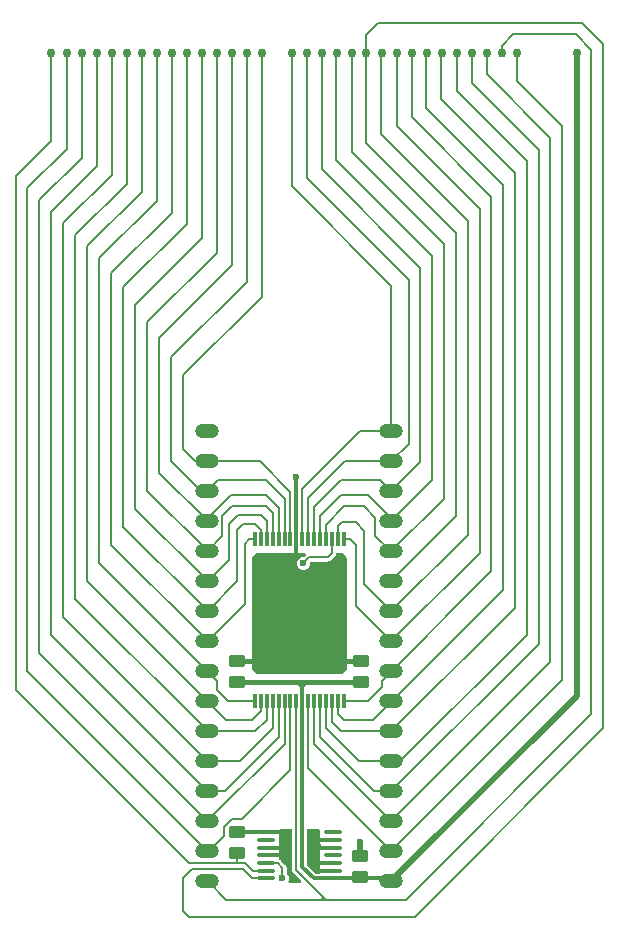
<source format=gbr>
%TF.GenerationSoftware,KiCad,Pcbnew,7.0.8*%
%TF.CreationDate,2023-11-19T22:04:51+01:00*%
%TF.ProjectId,ProtoHu_revA_layer1,50726f74-6f48-4755-9f72-6576415f6c61,rev?*%
%TF.SameCoordinates,Original*%
%TF.FileFunction,Copper,L2,Bot*%
%TF.FilePolarity,Positive*%
%FSLAX46Y46*%
G04 Gerber Fmt 4.6, Leading zero omitted, Abs format (unit mm)*
G04 Created by KiCad (PCBNEW 7.0.8) date 2023-11-19 22:04:51*
%MOMM*%
%LPD*%
G01*
G04 APERTURE LIST*
G04 Aperture macros list*
%AMRoundRect*
0 Rectangle with rounded corners*
0 $1 Rounding radius*
0 $2 $3 $4 $5 $6 $7 $8 $9 X,Y pos of 4 corners*
0 Add a 4 corners polygon primitive as box body*
4,1,4,$2,$3,$4,$5,$6,$7,$8,$9,$2,$3,0*
0 Add four circle primitives for the rounded corners*
1,1,$1+$1,$2,$3*
1,1,$1+$1,$4,$5*
1,1,$1+$1,$6,$7*
1,1,$1+$1,$8,$9*
0 Add four rect primitives between the rounded corners*
20,1,$1+$1,$2,$3,$4,$5,0*
20,1,$1+$1,$4,$5,$6,$7,0*
20,1,$1+$1,$6,$7,$8,$9,0*
20,1,$1+$1,$8,$9,$2,$3,0*%
G04 Aperture macros list end*
%TA.AperFunction,SMDPad,CuDef*%
%ADD10RoundRect,0.100000X-0.637500X-0.100000X0.637500X-0.100000X0.637500X0.100000X-0.637500X0.100000X0*%
%TD*%
%TA.AperFunction,SMDPad,CuDef*%
%ADD11RoundRect,0.250000X0.450000X-0.262500X0.450000X0.262500X-0.450000X0.262500X-0.450000X-0.262500X0*%
%TD*%
%TA.AperFunction,SMDPad,CuDef*%
%ADD12RoundRect,0.250000X-0.450000X0.262500X-0.450000X-0.262500X0.450000X-0.262500X0.450000X0.262500X0*%
%TD*%
%TA.AperFunction,SMDPad,CuDef*%
%ADD13R,0.300000X1.300000*%
%TD*%
%TA.AperFunction,ComponentPad*%
%ADD14O,2.000000X1.250000*%
%TD*%
%TA.AperFunction,ViaPad*%
%ADD15C,0.600000*%
%TD*%
%TA.AperFunction,ViaPad*%
%ADD16C,0.756400*%
%TD*%
%TA.AperFunction,Conductor*%
%ADD17C,0.200000*%
%TD*%
%TA.AperFunction,Conductor*%
%ADD18C,0.300000*%
%TD*%
%TA.AperFunction,Conductor*%
%ADD19C,0.400000*%
%TD*%
%TA.AperFunction,Conductor*%
%ADD20C,0.500000*%
%TD*%
G04 APERTURE END LIST*
D10*
%TO.P,IC2,1*%
%TO.N,A20*%
X145637500Y-139450000D03*
%TO.P,IC2,2*%
%TO.N,A19*%
X145637500Y-138800000D03*
%TO.P,IC2,3*%
%TO.N,FLASH_CE*%
X145637500Y-138150000D03*
%TO.P,IC2,4*%
%TO.N,GND*%
X145637500Y-137500000D03*
%TO.P,IC2,5*%
X145637500Y-136850000D03*
%TO.P,IC2,6*%
%TO.N,unconnected-(IC2-Pad6)*%
X145637500Y-136200000D03*
%TO.P,IC2,7,GND*%
%TO.N,GND*%
X145637500Y-135550000D03*
%TO.P,IC2,8*%
%TO.N,unconnected-(IC2-Pad8)*%
X151362500Y-135550000D03*
%TO.P,IC2,9*%
%TO.N,GND*%
X151362500Y-136200000D03*
%TO.P,IC2,10*%
X151362500Y-136850000D03*
%TO.P,IC2,11*%
%TO.N,unconnected-(IC2-Pad11)*%
X151362500Y-137500000D03*
%TO.P,IC2,12*%
%TO.N,GND*%
X151362500Y-138150000D03*
%TO.P,IC2,13*%
X151362500Y-138800000D03*
%TO.P,IC2,14,VCC*%
%TO.N,VCC*%
X151362500Y-139450000D03*
%TD*%
D11*
%TO.P,R1,1*%
%TO.N,A19*%
X143256000Y-137310500D03*
%TO.P,R1,2*%
%TO.N,GND*%
X143256000Y-135485500D03*
%TD*%
%TO.P,C3,1,1*%
%TO.N,VCC*%
X153670000Y-139342500D03*
%TO.P,C3,2,2*%
%TO.N,GND*%
X153670000Y-137517500D03*
%TD*%
D12*
%TO.P,C2,1,1*%
%TO.N,GND*%
X143250000Y-121007500D03*
%TO.P,C2,2,2*%
%TO.N,VCC*%
X143250000Y-122832500D03*
%TD*%
D13*
%TO.P,IC1,1,A11*%
%TO.N,Net-(IC1-A11)*%
X152245000Y-124450000D03*
%TO.P,IC1,2,A9*%
%TO.N,Net-(IC1-A9)*%
X151745000Y-124450000D03*
%TO.P,IC1,3,A8*%
%TO.N,Net-(IC1-A8)*%
X151245000Y-124450000D03*
%TO.P,IC1,4,A13*%
%TO.N,Net-(IC1-A13)*%
X150745000Y-124450000D03*
%TO.P,IC1,5,A14*%
%TO.N,Net-(IC1-A14)*%
X150245000Y-124450000D03*
%TO.P,IC1,6,A17*%
%TO.N,Net-(IC1-A17)*%
X149745000Y-124450000D03*
%TO.P,IC1,7,~{WE}*%
%TO.N,Net-(IC1-~{WE})*%
X149245000Y-124450000D03*
%TO.P,IC1,8,VDD*%
%TO.N,VCC*%
X148745000Y-124450000D03*
%TO.P,IC1,9,A18*%
%TO.N,Net-(IC1-A18)*%
X148245000Y-124450000D03*
%TO.P,IC1,10,A16*%
%TO.N,Net-(IC1-A16)*%
X147745000Y-124450000D03*
%TO.P,IC1,11,A15*%
%TO.N,Net-(IC1-A15)*%
X147245000Y-124450000D03*
%TO.P,IC1,12,A12*%
%TO.N,Net-(IC1-A12)*%
X146745000Y-124450000D03*
%TO.P,IC1,13,A7*%
%TO.N,Net-(IC1-A7)*%
X146245000Y-124450000D03*
%TO.P,IC1,14,A6*%
%TO.N,Net-(IC1-A6)*%
X145745000Y-124450000D03*
%TO.P,IC1,15,A5*%
%TO.N,Net-(IC1-A5)*%
X145245000Y-124450000D03*
%TO.P,IC1,16,A4*%
%TO.N,Net-(IC1-A4)*%
X144745000Y-124450000D03*
%TO.P,IC1,17,A3*%
%TO.N,Net-(IC1-A3)*%
X144745000Y-110750000D03*
%TO.P,IC1,18,A2*%
%TO.N,Net-(IC1-A2)*%
X145245000Y-110750000D03*
%TO.P,IC1,19,A1*%
%TO.N,Net-(IC1-A1)*%
X145745000Y-110750000D03*
%TO.P,IC1,20,A0*%
%TO.N,Net-(IC1-A0)*%
X146245000Y-110750000D03*
%TO.P,IC1,21,DQ0*%
%TO.N,Net-(IC1-DQ0)*%
X146745000Y-110750000D03*
%TO.P,IC1,22,DQ1*%
%TO.N,Net-(IC1-DQ1)*%
X147245000Y-110750000D03*
%TO.P,IC1,23,DQ2*%
%TO.N,Net-(IC1-DQ2)*%
X147745000Y-110750000D03*
%TO.P,IC1,24,VSS*%
%TO.N,GND*%
X148245000Y-110750000D03*
%TO.P,IC1,25,DQ3*%
%TO.N,Net-(IC1-DQ3)*%
X148745000Y-110750000D03*
%TO.P,IC1,26,DQ4*%
%TO.N,Net-(IC1-DQ4)*%
X149245000Y-110750000D03*
%TO.P,IC1,27,DQ5*%
%TO.N,Net-(IC1-DQ5)*%
X149745000Y-110750000D03*
%TO.P,IC1,28,DQ6*%
%TO.N,Net-(IC1-DQ6)*%
X150245000Y-110750000D03*
%TO.P,IC1,29,DQ7*%
%TO.N,Net-(IC1-DQ7)*%
X150745000Y-110750000D03*
%TO.P,IC1,30,~{CE}*%
%TO.N,FLASH_CE*%
X151245000Y-110750000D03*
%TO.P,IC1,31,A10*%
%TO.N,Net-(IC1-A10)*%
X151745000Y-110750000D03*
%TO.P,IC1,32,~{OE}*%
%TO.N,Net-(IC1-~{OE})*%
X152245000Y-110750000D03*
%TD*%
D12*
%TO.P,C1,1,1*%
%TO.N,GND*%
X153732400Y-121007500D03*
%TO.P,C1,2,2*%
%TO.N,VCC*%
X153732400Y-122832500D03*
%TD*%
D14*
%TO.P,J2,1,A18*%
%TO.N,Net-(IC1-A18)*%
X140716000Y-139700000D03*
%TO.P,J2,2,A16*%
%TO.N,Net-(IC1-A16)*%
X140716000Y-137160000D03*
%TO.P,J2,3,A15*%
%TO.N,Net-(IC1-A15)*%
X140716000Y-134620000D03*
%TO.P,J2,4,A12*%
%TO.N,Net-(IC1-A12)*%
X140716000Y-132080000D03*
%TO.P,J2,5,A7*%
%TO.N,Net-(IC1-A7)*%
X140716000Y-129540000D03*
%TO.P,J2,6,A6*%
%TO.N,Net-(IC1-A6)*%
X140716000Y-127000000D03*
%TO.P,J2,7,A5*%
%TO.N,Net-(IC1-A5)*%
X140716000Y-124460000D03*
%TO.P,J2,8,A4*%
%TO.N,Net-(IC1-A4)*%
X140716000Y-121920000D03*
%TO.P,J2,9,A3*%
%TO.N,Net-(IC1-A3)*%
X140716000Y-119380000D03*
%TO.P,J2,10,A2*%
%TO.N,Net-(IC1-A2)*%
X140716000Y-116840000D03*
%TO.P,J2,11,A1*%
%TO.N,Net-(IC1-A1)*%
X140716000Y-114300000D03*
%TO.P,J2,12,A0*%
%TO.N,Net-(IC1-A0)*%
X140716000Y-111760000D03*
%TO.P,J2,13,DQ0*%
%TO.N,Net-(IC1-DQ0)*%
X140716000Y-109220000D03*
%TO.P,J2,14,DQ1*%
%TO.N,Net-(IC1-DQ1)*%
X140716000Y-106680000D03*
%TO.P,J2,15,DQ2*%
%TO.N,Net-(IC1-DQ2)*%
X140716000Y-104140000D03*
%TO.P,J2,16,VSS*%
%TO.N,GND*%
X140716000Y-101600000D03*
%TO.P,J2,17,DQ3*%
%TO.N,Net-(IC1-DQ3)*%
X156274000Y-101600000D03*
%TO.P,J2,18,DQ4*%
%TO.N,Net-(IC1-DQ4)*%
X156274000Y-104140000D03*
%TO.P,J2,19,DQ5*%
%TO.N,Net-(IC1-DQ5)*%
X156274000Y-106680000D03*
%TO.P,J2,20,DQ6*%
%TO.N,Net-(IC1-DQ6)*%
X156274000Y-109220000D03*
%TO.P,J2,21,DQ7*%
%TO.N,Net-(IC1-DQ7)*%
X156274000Y-111760000D03*
%TO.P,J2,22,CE#*%
%TO.N,A20*%
X156274000Y-114300000D03*
%TO.P,J2,23,A10*%
%TO.N,Net-(IC1-A10)*%
X156274000Y-116840000D03*
%TO.P,J2,24,OE#*%
%TO.N,Net-(IC1-~{OE})*%
X156274000Y-119380000D03*
%TO.P,J2,25,A11*%
%TO.N,Net-(IC1-A11)*%
X156274000Y-121920000D03*
%TO.P,J2,26,A9*%
%TO.N,Net-(IC1-A9)*%
X156274000Y-124460000D03*
%TO.P,J2,27,A8*%
%TO.N,Net-(IC1-A8)*%
X156274000Y-127000000D03*
%TO.P,J2,28,A13*%
%TO.N,Net-(IC1-A13)*%
X156274000Y-129540000D03*
%TO.P,J2,29,A14*%
%TO.N,Net-(IC1-A14)*%
X156274000Y-132080000D03*
%TO.P,J2,30,A17*%
%TO.N,Net-(IC1-A17)*%
X156274000Y-134620000D03*
%TO.P,J2,31,WE#*%
%TO.N,Net-(IC1-~{WE})*%
X156274000Y-137160000D03*
%TO.P,J2,32,VDD*%
%TO.N,VCC*%
X156274000Y-139700000D03*
%TD*%
D15*
%TO.N,GND*%
X149700000Y-136200000D03*
X151130000Y-120500000D03*
X147300000Y-136200000D03*
X145750000Y-120500000D03*
X153670000Y-136398000D03*
X149700000Y-137700000D03*
X148240000Y-105470600D03*
X151130000Y-117094000D03*
X151130000Y-113284000D03*
X145669000Y-117094000D03*
X147300000Y-137700000D03*
X145669000Y-113284000D03*
D16*
%TO.N,VCC*%
X171983400Y-69570600D03*
%TO.N,Net-(IC1-A11)*%
X158013400Y-69570600D03*
%TO.N,Net-(IC1-A9)*%
X159283400Y-69570600D03*
%TO.N,Net-(IC1-A8)*%
X160553400Y-69570600D03*
%TO.N,Net-(IC1-A13)*%
X161823400Y-69570600D03*
%TO.N,Net-(IC1-A14)*%
X163093400Y-69570600D03*
%TO.N,Net-(IC1-A17)*%
X164363400Y-69570600D03*
%TO.N,Net-(IC1-~{WE})*%
X166903400Y-69570600D03*
%TO.N,Net-(IC1-A18)*%
X165633400Y-69570600D03*
%TO.N,Net-(IC1-A16)*%
X128803400Y-69570600D03*
%TO.N,Net-(IC1-A15)*%
X130073400Y-69570600D03*
%TO.N,Net-(IC1-A12)*%
X131343400Y-69570600D03*
%TO.N,Net-(IC1-A7)*%
X132613400Y-69570600D03*
%TO.N,Net-(IC1-A6)*%
X133883400Y-69570600D03*
%TO.N,Net-(IC1-A5)*%
X135153400Y-69570600D03*
%TO.N,Net-(IC1-A4)*%
X136423400Y-69570600D03*
%TO.N,Net-(IC1-A3)*%
X137693400Y-69570600D03*
%TO.N,Net-(IC1-A2)*%
X138963400Y-69570600D03*
%TO.N,Net-(IC1-A1)*%
X140233400Y-69570600D03*
%TO.N,Net-(IC1-A0)*%
X141503400Y-69570600D03*
%TO.N,Net-(IC1-DQ0)*%
X142773400Y-69570600D03*
%TO.N,Net-(IC1-DQ1)*%
X144043400Y-69570600D03*
%TO.N,Net-(IC1-DQ2)*%
X145313400Y-69570600D03*
%TO.N,Net-(IC1-DQ3)*%
X147853400Y-69570600D03*
%TO.N,Net-(IC1-DQ4)*%
X149123400Y-69570600D03*
%TO.N,Net-(IC1-DQ5)*%
X150393400Y-69570600D03*
%TO.N,Net-(IC1-DQ6)*%
X151663400Y-69570600D03*
%TO.N,Net-(IC1-DQ7)*%
X152933400Y-69570600D03*
D15*
%TO.N,FLASH_CE*%
X147066000Y-139446000D03*
X148844000Y-112776000D03*
D16*
%TO.N,Net-(IC1-A10)*%
X155473400Y-69570600D03*
%TO.N,Net-(IC1-~{OE})*%
X156743400Y-69570600D03*
%TO.N,A19*%
X127508000Y-69596000D03*
%TO.N,A20*%
X154178000Y-69596000D03*
%TD*%
D17*
%TO.N,Net-(IC1-A18)*%
X150500000Y-141000000D02*
X150500000Y-141100000D01*
X150500000Y-141100000D02*
X150350000Y-141250000D01*
X150350000Y-141250000D02*
X150250000Y-141250000D01*
X150500000Y-141000000D02*
X150750000Y-141250000D01*
X148245000Y-138745000D02*
X150500000Y-141000000D01*
X148245000Y-124450000D02*
X148245000Y-138745000D01*
D18*
%TO.N,GND*%
X151362500Y-138800000D02*
X150050000Y-138800000D01*
X150050000Y-138800000D02*
X149700000Y-138450000D01*
X149700000Y-138450000D02*
X149700000Y-137700000D01*
%TO.N,VCC*%
X148745000Y-124450000D02*
X148745000Y-138495000D01*
X149700000Y-139450000D02*
X151362500Y-139450000D01*
X148745000Y-138495000D02*
X149700000Y-139450000D01*
%TO.N,GND*%
X151362500Y-136850000D02*
X150350000Y-136850000D01*
X150350000Y-136850000D02*
X149700000Y-136200000D01*
X145637500Y-137500000D02*
X147100000Y-137500000D01*
X147100000Y-137500000D02*
X147300000Y-137700000D01*
D17*
%TO.N,A20*%
X139446000Y-138684000D02*
X138684000Y-139446000D01*
X174244000Y-126756000D02*
X174244000Y-68834000D01*
X144450000Y-139450000D02*
X143684000Y-138684000D01*
X154178000Y-68072000D02*
X154178000Y-69596000D01*
X174244000Y-68834000D02*
X172466000Y-67056000D01*
X143684000Y-138684000D02*
X139446000Y-138684000D01*
X138684000Y-142240000D02*
X139194000Y-142750000D01*
X139194000Y-142750000D02*
X158250000Y-142750000D01*
X138684000Y-139446000D02*
X138684000Y-142240000D01*
X145637500Y-139450000D02*
X144450000Y-139450000D01*
X158250000Y-142750000D02*
X174244000Y-126756000D01*
X172466000Y-67056000D02*
X155194000Y-67056000D01*
X155194000Y-67056000D02*
X154178000Y-68072000D01*
%TO.N,A19*%
X145637500Y-138800000D02*
X144550000Y-138800000D01*
X144550000Y-138800000D02*
X143900000Y-138150000D01*
X143900000Y-138150000D02*
X143256000Y-138150000D01*
%TO.N,FLASH_CE*%
X145637500Y-138150000D02*
X146650000Y-138150000D01*
X146650000Y-138150000D02*
X147066000Y-138566000D01*
X147066000Y-138566000D02*
X147066000Y-139446000D01*
D18*
%TO.N,GND*%
X151362500Y-138150000D02*
X150150000Y-138150000D01*
X149286000Y-115250000D02*
X151130000Y-117094000D01*
X147066000Y-114193000D02*
X148123000Y-115250000D01*
D19*
X145750000Y-120500000D02*
X145242500Y-121007500D01*
X151130000Y-120500000D02*
X150599000Y-120500000D01*
D18*
X147320000Y-136652000D02*
X147122000Y-136850000D01*
X147122000Y-136850000D02*
X145637500Y-136850000D01*
X143320500Y-135550000D02*
X143256000Y-135485500D01*
X150150000Y-138150000D02*
X149700000Y-137700000D01*
X151362500Y-136200000D02*
X149700000Y-136200000D01*
D19*
X150599000Y-120500000D02*
X148123000Y-118024000D01*
D18*
X147066000Y-113284000D02*
X145669000Y-113284000D01*
X153390400Y-121070000D02*
X153732400Y-121070000D01*
X148123000Y-115250000D02*
X148123000Y-116332000D01*
X147066000Y-113284000D02*
X147066000Y-114193000D01*
X148240000Y-105470600D02*
X148240000Y-112110000D01*
D19*
X145750000Y-120500000D02*
X148123000Y-118127000D01*
D18*
X147320000Y-136200000D02*
X147320000Y-136652000D01*
X148123000Y-116332000D02*
X146431000Y-116332000D01*
X147320000Y-136200000D02*
X147320000Y-135720000D01*
D19*
X148123000Y-118024000D02*
X148123000Y-116332000D01*
X151700000Y-121070000D02*
X153390400Y-121070000D01*
X151130000Y-120500000D02*
X151700000Y-121070000D01*
D20*
X153670000Y-137517500D02*
X153670000Y-136398000D01*
D19*
X145242500Y-121007500D02*
X143250000Y-121007500D01*
D18*
X146431000Y-116332000D02*
X145669000Y-117094000D01*
X147150000Y-135550000D02*
X145637500Y-135550000D01*
D19*
X148123000Y-118127000D02*
X148123000Y-116332000D01*
D18*
X147320000Y-135720000D02*
X147150000Y-135550000D01*
X148123000Y-115250000D02*
X149286000Y-115250000D01*
X148240000Y-112110000D02*
X147066000Y-113284000D01*
X145637500Y-135550000D02*
X143320500Y-135550000D01*
%TO.N,VCC*%
X148745000Y-123210000D02*
X149122500Y-122832500D01*
X156025000Y-139446000D02*
X156279000Y-139700000D01*
D19*
X148162500Y-122832500D02*
X149500000Y-122832500D01*
X148162500Y-122832500D02*
X143250000Y-122832500D01*
D20*
X156279000Y-139700000D02*
X171983400Y-123995600D01*
X171983400Y-123995600D02*
X171983400Y-69570600D01*
D18*
X148745000Y-123205000D02*
X148745000Y-123415000D01*
X153773500Y-139446000D02*
X156025000Y-139446000D01*
X148745000Y-123415000D02*
X148745000Y-124260920D01*
X153670000Y-139342500D02*
X153773500Y-139446000D01*
X151362500Y-139450000D02*
X153562500Y-139450000D01*
X149122500Y-122832500D02*
X149500000Y-122832500D01*
X148745000Y-123415000D02*
X148745000Y-123210000D01*
X148162500Y-122832500D02*
X148372500Y-122832500D01*
X153562500Y-139450000D02*
X153670000Y-139342500D01*
D19*
X149500000Y-122832500D02*
X153732400Y-122832500D01*
D18*
X148372500Y-122832500D02*
X148745000Y-123205000D01*
D17*
%TO.N,Net-(IC1-A11)*%
X164750000Y-113449000D02*
X164750000Y-81750000D01*
X154300000Y-124450000D02*
X155500000Y-123250000D01*
X155500000Y-122699000D02*
X164750000Y-113449000D01*
X152245000Y-124450000D02*
X154300000Y-124450000D01*
X158013400Y-75013400D02*
X158013400Y-69570600D01*
X155500000Y-123250000D02*
X155500000Y-122699000D01*
X164750000Y-81750000D02*
X158013400Y-75013400D01*
%TO.N,Net-(IC1-A9)*%
X165750000Y-114989000D02*
X165750000Y-80750000D01*
X151745000Y-124450000D02*
X151745000Y-125495000D01*
X159258000Y-74258000D02*
X159258000Y-69596000D01*
X154739000Y-126000000D02*
X165750000Y-114989000D01*
X165750000Y-80750000D02*
X159258000Y-74258000D01*
X151745000Y-125495000D02*
X152250000Y-126000000D01*
X152250000Y-126000000D02*
X154739000Y-126000000D01*
X159258000Y-69596000D02*
X159283400Y-69570600D01*
%TO.N,Net-(IC1-A8)*%
X152000000Y-127000000D02*
X156279000Y-127000000D01*
X151245000Y-124450000D02*
X151245000Y-126245000D01*
X156279000Y-127000000D02*
X166750000Y-116529000D01*
X160451800Y-73451800D02*
X160451800Y-69672200D01*
X160451800Y-69672200D02*
X160553400Y-69570600D01*
X151245000Y-126245000D02*
X152000000Y-127000000D01*
X166750000Y-116529000D02*
X166750000Y-79750000D01*
X166750000Y-79750000D02*
X160451800Y-73451800D01*
%TO.N,Net-(IC1-A13)*%
X167750000Y-78750000D02*
X161823400Y-72823400D01*
X153540000Y-129540000D02*
X150745000Y-126745000D01*
X161823400Y-72823400D02*
X161823400Y-69570600D01*
X156692600Y-129540000D02*
X157009000Y-129540000D01*
X157009000Y-129540000D02*
X153540000Y-129540000D01*
X150745000Y-126745000D02*
X150745000Y-124450000D01*
X167750000Y-118799000D02*
X167750000Y-78750000D01*
X157009000Y-129540000D02*
X167750000Y-118799000D01*
%TO.N,Net-(IC1-A14)*%
X154830000Y-132080000D02*
X156274000Y-132080000D01*
X168750000Y-119604000D02*
X168750000Y-77750000D01*
X150245000Y-124450000D02*
X150245000Y-127495000D01*
X168750000Y-77750000D02*
X163093400Y-72093400D01*
X156274000Y-132080000D02*
X168750000Y-119604000D01*
X163093400Y-72093400D02*
X163093400Y-69570600D01*
X150245000Y-127495000D02*
X154830000Y-132080000D01*
%TO.N,Net-(IC1-A17)*%
X169750000Y-76750000D02*
X164363400Y-71363400D01*
X164363400Y-71363400D02*
X164363400Y-69570600D01*
X149745000Y-124450000D02*
X149745000Y-128091000D01*
X149745000Y-128091000D02*
X156274000Y-134620000D01*
X156274000Y-134620000D02*
X169750000Y-121144000D01*
X169750000Y-121144000D02*
X169750000Y-76750000D01*
%TO.N,Net-(IC1-~{WE})*%
X170750000Y-122684000D02*
X170750000Y-75750000D01*
X156274000Y-137160000D02*
X170750000Y-122684000D01*
X156274000Y-137160000D02*
X149245000Y-130131000D01*
X170750000Y-75750000D02*
X166903400Y-71903400D01*
X149245000Y-130131000D02*
X149245000Y-124450000D01*
X166903400Y-71903400D02*
X166903400Y-69570600D01*
%TO.N,Net-(IC1-A18)*%
X173228000Y-125522000D02*
X157500000Y-141250000D01*
X165633400Y-68935600D02*
X166573200Y-67995800D01*
X166573200Y-67995800D02*
X171907200Y-67995800D01*
X157500000Y-141250000D02*
X150500000Y-141250000D01*
X173228000Y-69316600D02*
X173228000Y-125522000D01*
X171907200Y-67995800D02*
X173228000Y-69316600D01*
X150250000Y-141250000D02*
X142271000Y-141250000D01*
X140721000Y-139700000D02*
X140721000Y-139192000D01*
X150500000Y-141250000D02*
X150250000Y-141250000D01*
X165633400Y-69570600D02*
X165633400Y-68935600D01*
X142271000Y-141250000D02*
X140721000Y-139700000D01*
%TO.N,Net-(IC1-A16)*%
X147745000Y-130255000D02*
X143600000Y-134400000D01*
X140840000Y-137160000D02*
X140716000Y-137160000D01*
X142100000Y-135059249D02*
X142100000Y-135900000D01*
X147745000Y-124450000D02*
X147745000Y-130255000D01*
X140716000Y-137160000D02*
X125476000Y-121920000D01*
X128803400Y-77696600D02*
X128803400Y-69570600D01*
X143600000Y-134400000D02*
X142759249Y-134400000D01*
X142100000Y-135900000D02*
X140840000Y-137160000D01*
X125476000Y-81024000D02*
X128803400Y-77696600D01*
X142759249Y-134400000D02*
X142100000Y-135059249D01*
X125476000Y-121920000D02*
X125476000Y-81024000D01*
%TO.N,Net-(IC1-A15)*%
X147245000Y-124450000D02*
X147245000Y-128091000D01*
X126492000Y-120396000D02*
X126492000Y-82008000D01*
X126492000Y-82008000D02*
X130073400Y-78426600D01*
X140716000Y-134620000D02*
X126492000Y-120396000D01*
X147245000Y-128091000D02*
X140716000Y-134620000D01*
X130073400Y-78426600D02*
X130073400Y-69570600D01*
%TO.N,Net-(IC1-A12)*%
X146745000Y-127505000D02*
X142170000Y-132080000D01*
X142170000Y-132080000D02*
X140716000Y-132080000D01*
X127508000Y-118872000D02*
X127508000Y-82992000D01*
X131343400Y-79156600D02*
X131343400Y-69570600D01*
X140716000Y-132080000D02*
X127508000Y-118872000D01*
X127508000Y-82992000D02*
X131343400Y-79156600D01*
X146745000Y-124450000D02*
X146745000Y-127505000D01*
%TO.N,Net-(IC1-A7)*%
X146245000Y-126755000D02*
X143460000Y-129540000D01*
X146245000Y-124450000D02*
X146245000Y-126755000D01*
X128524000Y-117348000D02*
X128524000Y-83976000D01*
X128524000Y-83976000D02*
X132613400Y-79886600D01*
X140716000Y-129540000D02*
X128524000Y-117348000D01*
X143460000Y-129540000D02*
X140716000Y-129540000D01*
X132613400Y-79886600D02*
X132613400Y-69570600D01*
%TO.N,Net-(IC1-A6)*%
X140721000Y-127000000D02*
X140372000Y-127000000D01*
X133883400Y-80616600D02*
X133883400Y-69570600D01*
X129540000Y-115819000D02*
X129540000Y-84960000D01*
X129540000Y-84960000D02*
X133883400Y-80616600D01*
X140721000Y-127000000D02*
X129540000Y-115819000D01*
X145745000Y-126005000D02*
X145745000Y-124450000D01*
X144750000Y-127000000D02*
X145745000Y-126005000D01*
X140721000Y-127000000D02*
X144750000Y-127000000D01*
%TO.N,Net-(IC1-A5)*%
X145245000Y-124450000D02*
X145245000Y-125255000D01*
X145245000Y-125255000D02*
X144500000Y-126000000D01*
X130556000Y-114295000D02*
X130556000Y-85944000D01*
X130556000Y-85944000D02*
X135153400Y-81346600D01*
X142261000Y-126000000D02*
X130556000Y-114295000D01*
X135153400Y-81346600D02*
X135153400Y-69570600D01*
X144500000Y-126000000D02*
X142261000Y-126000000D01*
%TO.N,Net-(IC1-A4)*%
X136423400Y-82076600D02*
X136423400Y-69570600D01*
X141500000Y-122699000D02*
X131572000Y-112771000D01*
X131572000Y-112771000D02*
X131572000Y-86928000D01*
X131572000Y-86928000D02*
X136423400Y-82076600D01*
X142450000Y-124450000D02*
X141500000Y-123500000D01*
X144745000Y-124450000D02*
X142450000Y-124450000D01*
X141500000Y-123500000D02*
X141500000Y-122699000D01*
%TO.N,Net-(IC1-A3)*%
X132588000Y-111247000D02*
X140721000Y-119380000D01*
X132588000Y-88204000D02*
X132588000Y-111247000D01*
X137693400Y-83098600D02*
X132588000Y-88204000D01*
X143891000Y-116210000D02*
X143891000Y-111125000D01*
X137693400Y-69570600D02*
X137693400Y-83098600D01*
X143891000Y-111125000D02*
X144266000Y-110750000D01*
X144266000Y-110750000D02*
X144745000Y-110750000D01*
X140721000Y-119380000D02*
X143891000Y-116210000D01*
%TO.N,Net-(IC1-A2)*%
X143256000Y-109982000D02*
X143764000Y-109474000D01*
X138963400Y-84036600D02*
X133604000Y-89396000D01*
X138963400Y-69570600D02*
X138963400Y-84036600D01*
X143256000Y-114305000D02*
X143256000Y-109982000D01*
X133604000Y-89396000D02*
X133604000Y-109723000D01*
X143764000Y-109474000D02*
X144780000Y-109474000D01*
X144780000Y-109474000D02*
X145245000Y-109939000D01*
X133604000Y-109723000D02*
X140721000Y-116840000D01*
X145245000Y-109939000D02*
X145245000Y-110750000D01*
X140721000Y-116840000D02*
X143256000Y-114305000D01*
%TO.N,Net-(IC1-A1)*%
X134620000Y-90880000D02*
X134620000Y-108199000D01*
X145745000Y-109169000D02*
X145745000Y-110750000D01*
X134620000Y-108199000D02*
X140721000Y-114300000D01*
X145288000Y-108712000D02*
X145745000Y-109169000D01*
X140233400Y-85266600D02*
X134620000Y-90880000D01*
X142556400Y-112464600D02*
X142556400Y-109442800D01*
X140721000Y-114300000D02*
X142556400Y-112464600D01*
X142556400Y-109442800D02*
X143287200Y-108712000D01*
X143287200Y-108712000D02*
X145288000Y-108712000D01*
X140233400Y-69570600D02*
X140233400Y-85266600D01*
%TO.N,Net-(IC1-A0)*%
X140721000Y-111760000D02*
X141986000Y-110495000D01*
X141986000Y-108774400D02*
X142810400Y-107950000D01*
X141986000Y-110495000D02*
X141986000Y-108774400D01*
X142810400Y-107950000D02*
X145655200Y-107950000D01*
X141503400Y-86496600D02*
X135636000Y-92364000D01*
X141503400Y-69570600D02*
X141503400Y-86496600D01*
X146245000Y-108539800D02*
X146245000Y-110750000D01*
X145655200Y-107950000D02*
X146245000Y-108539800D01*
X135636000Y-106675000D02*
X140721000Y-111760000D01*
X135636000Y-92364000D02*
X135636000Y-106675000D01*
%TO.N,Net-(IC1-DQ0)*%
X136652000Y-105151000D02*
X140721000Y-109220000D01*
X142682000Y-107000000D02*
X145670400Y-107000000D01*
X140721000Y-108961000D02*
X142682000Y-107000000D01*
X136652000Y-93704000D02*
X136652000Y-105151000D01*
X142824200Y-87531800D02*
X136652000Y-93704000D01*
X142824200Y-69621400D02*
X142824200Y-87531800D01*
X145670400Y-107000000D02*
X146745000Y-108074600D01*
X142773400Y-69570600D02*
X142824200Y-69621400D01*
X140721000Y-109220000D02*
X140721000Y-108961000D01*
X146745000Y-108074600D02*
X146745000Y-110750000D01*
%TO.N,Net-(IC1-DQ1)*%
X144068800Y-88931200D02*
X137668000Y-95332000D01*
X140208000Y-106680000D02*
X140716000Y-106680000D01*
X144043400Y-69570600D02*
X144068800Y-69596000D01*
X145639600Y-105750000D02*
X147245000Y-107355400D01*
X147245000Y-107355400D02*
X147245000Y-110750000D01*
X140716000Y-106680000D02*
X141646000Y-105750000D01*
X137668000Y-95332000D02*
X137668000Y-104140000D01*
X144068800Y-69596000D02*
X144068800Y-88931200D01*
X141646000Y-105750000D02*
X145639600Y-105750000D01*
X137668000Y-104140000D02*
X140208000Y-106680000D01*
%TO.N,Net-(IC1-DQ2)*%
X147745000Y-106745000D02*
X147745000Y-110750000D01*
X139700000Y-104140000D02*
X138684000Y-103124000D01*
X140721000Y-104140000D02*
X145140000Y-104140000D01*
X145140000Y-104140000D02*
X147745000Y-106745000D01*
X140721000Y-104140000D02*
X139700000Y-104140000D01*
X138684000Y-96816000D02*
X145313400Y-90186600D01*
X145313400Y-90186600D02*
X145313400Y-69570600D01*
X138684000Y-103124000D02*
X138684000Y-96816000D01*
X140721000Y-104140000D02*
X140721000Y-104133400D01*
%TO.N,Net-(IC1-DQ3)*%
X156274000Y-101600000D02*
X156274000Y-89274000D01*
X156274000Y-89274000D02*
X147853400Y-80853400D01*
X148745000Y-106513000D02*
X148745000Y-110750000D01*
X153658000Y-101600000D02*
X148745000Y-106513000D01*
X156279000Y-101600000D02*
X156274000Y-101600000D01*
X147853400Y-80853400D02*
X147853400Y-69570600D01*
X156274000Y-101600000D02*
X153658000Y-101600000D01*
%TO.N,Net-(IC1-DQ4)*%
X157750000Y-88750000D02*
X157750000Y-102669000D01*
X149245000Y-107255000D02*
X149245000Y-110750000D01*
X152360000Y-104140000D02*
X149245000Y-107255000D01*
X156279000Y-104140000D02*
X152360000Y-104140000D01*
X149123400Y-69570600D02*
X149123400Y-80123400D01*
X157750000Y-102669000D02*
X156279000Y-104140000D01*
X149123400Y-80123400D02*
X157750000Y-88750000D01*
%TO.N,Net-(IC1-DQ5)*%
X155344000Y-105750000D02*
X152000000Y-105750000D01*
X156279000Y-106680000D02*
X156274000Y-106680000D01*
X158750000Y-87750000D02*
X158750000Y-104209000D01*
X149745000Y-108005000D02*
X149745000Y-110750000D01*
X156274000Y-106680000D02*
X155344000Y-105750000D01*
X150393400Y-79393400D02*
X158750000Y-87750000D01*
X150393400Y-69570600D02*
X150393400Y-79393400D01*
X158750000Y-104209000D02*
X156279000Y-106680000D01*
X152000000Y-105750000D02*
X149745000Y-108005000D01*
%TO.N,Net-(IC1-DQ6)*%
X152000000Y-107000000D02*
X150245000Y-108755000D01*
X151663400Y-69570600D02*
X151638000Y-69596000D01*
X150245000Y-108755000D02*
X150245000Y-110750000D01*
X154306400Y-107000000D02*
X152000000Y-107000000D01*
X159750000Y-86750000D02*
X159750000Y-105749000D01*
X159750000Y-105749000D02*
X156279000Y-109220000D01*
X156279000Y-109220000D02*
X156279000Y-108972600D01*
X156279000Y-108972600D02*
X154306400Y-107000000D01*
X151638000Y-69596000D02*
X151638000Y-78638000D01*
X151638000Y-78638000D02*
X159750000Y-86750000D01*
%TO.N,Net-(IC1-DQ7)*%
X152300000Y-107950000D02*
X150745000Y-109505000D01*
X160750000Y-107289000D02*
X156279000Y-111760000D01*
X152933400Y-69570600D02*
X152933400Y-77933400D01*
X160750000Y-85750000D02*
X160750000Y-107289000D01*
X156279000Y-111760000D02*
X154940000Y-110421000D01*
X152933400Y-77933400D02*
X160750000Y-85750000D01*
X154940000Y-108903600D02*
X153986400Y-107950000D01*
X153986400Y-107950000D02*
X152300000Y-107950000D01*
X150745000Y-109505000D02*
X150745000Y-110750000D01*
X154940000Y-110421000D02*
X154940000Y-108903600D01*
%TO.N,FLASH_CE*%
X151245000Y-111913000D02*
X151245000Y-110750000D01*
%TO.N,A20*%
X145641500Y-139446000D02*
X145637500Y-139450000D01*
%TO.N,FLASH_CE*%
X148844000Y-112776000D02*
X149352000Y-112268000D01*
X149352000Y-112268000D02*
X150890000Y-112268000D01*
X150890000Y-112268000D02*
X151245000Y-111913000D01*
%TO.N,Net-(IC1-A10)*%
X152116000Y-109250000D02*
X151745000Y-109621000D01*
X155422600Y-69621400D02*
X155422600Y-76422600D01*
X154000000Y-114561000D02*
X154000000Y-110000000D01*
X156279000Y-116840000D02*
X154000000Y-114561000D01*
X162750000Y-83750000D02*
X162750000Y-110369000D01*
X162750000Y-110369000D02*
X156279000Y-116840000D01*
X155473400Y-69570600D02*
X155422600Y-69621400D01*
X151745000Y-109621000D02*
X151745000Y-110750000D01*
X153250000Y-109250000D02*
X152116000Y-109250000D01*
X155422600Y-76422600D02*
X162750000Y-83750000D01*
X154000000Y-110000000D02*
X153250000Y-109250000D01*
%TO.N,Net-(IC1-~{OE})*%
X163750000Y-111909000D02*
X156279000Y-119380000D01*
X152750000Y-110750000D02*
X152245000Y-110750000D01*
X156279000Y-119380000D02*
X153250000Y-116351000D01*
X156743400Y-69570600D02*
X156743400Y-75743400D01*
X153250000Y-111250000D02*
X152750000Y-110750000D01*
X163750000Y-82750000D02*
X163750000Y-111909000D01*
X156743400Y-75743400D02*
X163750000Y-82750000D01*
X153250000Y-116351000D02*
X153250000Y-111250000D01*
%TO.N,A19*%
X143256000Y-137310500D02*
X143256000Y-138150000D01*
X139150000Y-138150000D02*
X143256000Y-138150000D01*
X127508000Y-76992000D02*
X124500000Y-80000000D01*
X127508000Y-69596000D02*
X127508000Y-76992000D01*
X124500000Y-80000000D02*
X124500000Y-123500000D01*
X124500000Y-123500000D02*
X139150000Y-138150000D01*
%TO.N,A20*%
X156274000Y-114300000D02*
X161798000Y-108776000D01*
X161798000Y-108776000D02*
X161798000Y-84798000D01*
X154178000Y-77178000D02*
X154178000Y-69596000D01*
X161798000Y-84798000D02*
X154178000Y-77178000D01*
%TD*%
%TA.AperFunction,Conductor*%
%TO.N,GND*%
G36*
X147837539Y-135265685D02*
G01*
X147883294Y-135318489D01*
X147894500Y-135370000D01*
X147894500Y-138695788D01*
X147891861Y-138721232D01*
X147889957Y-138730311D01*
X147889957Y-138730317D01*
X147894023Y-138762937D01*
X147894500Y-138770614D01*
X147894500Y-138774038D01*
X147898087Y-138795541D01*
X147904427Y-138846393D01*
X147906520Y-138853426D01*
X147908908Y-138860381D01*
X147933295Y-138905444D01*
X147955801Y-138951483D01*
X147960065Y-138957455D01*
X147964580Y-138963256D01*
X148002275Y-138997958D01*
X148614637Y-139610319D01*
X148648122Y-139671642D01*
X148643138Y-139741333D01*
X148601267Y-139797267D01*
X148535802Y-139821684D01*
X148526956Y-139822000D01*
X147691691Y-139822000D01*
X147624652Y-139802315D01*
X147578897Y-139749511D01*
X147568953Y-139680353D01*
X147577130Y-139650548D01*
X147593793Y-139610319D01*
X147602330Y-139589709D01*
X147621250Y-139446000D01*
X147602330Y-139302291D01*
X147546861Y-139168375D01*
X147458621Y-139053379D01*
X147458619Y-139053377D01*
X147458615Y-139053372D01*
X147452871Y-139047628D01*
X147455387Y-139045111D01*
X147423797Y-139001817D01*
X147416500Y-138959908D01*
X147416500Y-138615211D01*
X147419139Y-138589764D01*
X147421043Y-138580685D01*
X147419270Y-138566463D01*
X147416977Y-138548061D01*
X147416500Y-138540385D01*
X147416500Y-138536960D01*
X147412912Y-138515458D01*
X147411047Y-138500500D01*
X147406573Y-138464607D01*
X147406571Y-138464603D01*
X147404502Y-138457653D01*
X147404470Y-138457559D01*
X147404444Y-138457472D01*
X147402091Y-138450617D01*
X147377704Y-138405555D01*
X147355199Y-138359518D01*
X147350919Y-138353524D01*
X147346419Y-138347743D01*
X147308724Y-138313041D01*
X146932637Y-137936955D01*
X146916511Y-137917098D01*
X146911437Y-137909331D01*
X146885487Y-137889133D01*
X146879741Y-137884059D01*
X146877307Y-137881625D01*
X146871477Y-137877462D01*
X146859556Y-137868951D01*
X146857950Y-137867701D01*
X146855808Y-137866033D01*
X146815012Y-137809310D01*
X146808000Y-137768203D01*
X146808000Y-135370000D01*
X146827685Y-135302961D01*
X146880489Y-135257206D01*
X146932000Y-135246000D01*
X147770500Y-135246000D01*
X147837539Y-135265685D01*
G37*
%TD.AperFunction*%
%TA.AperFunction,Conductor*%
G36*
X150184039Y-135265685D02*
G01*
X150229794Y-135318489D01*
X150241000Y-135370000D01*
X150241000Y-138925500D01*
X150221315Y-138992539D01*
X150168511Y-139038294D01*
X150117000Y-139049500D01*
X149917255Y-139049500D01*
X149850216Y-139029815D01*
X149829574Y-139013181D01*
X149181819Y-138365426D01*
X149148334Y-138304103D01*
X149145500Y-138277745D01*
X149145500Y-135370000D01*
X149165185Y-135302961D01*
X149217989Y-135257206D01*
X149269500Y-135246000D01*
X150117000Y-135246000D01*
X150184039Y-135265685D01*
G37*
%TD.AperFunction*%
%TD*%
%TA.AperFunction,Conductor*%
%TO.N,GND*%
G36*
X149004994Y-111906685D02*
G01*
X149050749Y-111959489D01*
X149060693Y-112028647D01*
X149031668Y-112092203D01*
X149025649Y-112098667D01*
X148981600Y-112142717D01*
X148939877Y-112184440D01*
X148878553Y-112217924D01*
X148852128Y-112219208D01*
X148852128Y-112220750D01*
X148844000Y-112220750D01*
X148700291Y-112239670D01*
X148700287Y-112239671D01*
X148566377Y-112295137D01*
X148451379Y-112383379D01*
X148363137Y-112498377D01*
X148307671Y-112632287D01*
X148307670Y-112632291D01*
X148288750Y-112775999D01*
X148288750Y-112776000D01*
X148307670Y-112919708D01*
X148307671Y-112919712D01*
X148363137Y-113053622D01*
X148363138Y-113053624D01*
X148363139Y-113053625D01*
X148451379Y-113168621D01*
X148566375Y-113256861D01*
X148700291Y-113312330D01*
X148827280Y-113329048D01*
X148843999Y-113331250D01*
X148844000Y-113331250D01*
X148844001Y-113331250D01*
X148858977Y-113329278D01*
X148987709Y-113312330D01*
X149121625Y-113256861D01*
X149236621Y-113168621D01*
X149324861Y-113053625D01*
X149380330Y-112919709D01*
X149399250Y-112776000D01*
X149399250Y-112775999D01*
X149399250Y-112767871D01*
X149402828Y-112767871D01*
X149411031Y-112715030D01*
X149435561Y-112680120D01*
X149460865Y-112654817D01*
X149522189Y-112621333D01*
X149548545Y-112618500D01*
X150840789Y-112618500D01*
X150866234Y-112621138D01*
X150875315Y-112623043D01*
X150891005Y-112621087D01*
X150907939Y-112618977D01*
X150915615Y-112618500D01*
X150919035Y-112618500D01*
X150919040Y-112618500D01*
X150922608Y-112617904D01*
X150940539Y-112614913D01*
X150967958Y-112611494D01*
X150991393Y-112608573D01*
X150991402Y-112608568D01*
X150998451Y-112606470D01*
X151005377Y-112604092D01*
X151005381Y-112604092D01*
X151050444Y-112579704D01*
X151096484Y-112557198D01*
X151096487Y-112557194D01*
X151102453Y-112552935D01*
X151108254Y-112548419D01*
X151108258Y-112548418D01*
X151142958Y-112510723D01*
X151458046Y-112195634D01*
X151477896Y-112179515D01*
X151485669Y-112174437D01*
X151505871Y-112148479D01*
X151510950Y-112142730D01*
X151513375Y-112140306D01*
X151526038Y-112122569D01*
X151557517Y-112082126D01*
X151557519Y-112082119D01*
X151561017Y-112075655D01*
X151564235Y-112069072D01*
X151564240Y-112069066D01*
X151578861Y-112019954D01*
X151591188Y-111984050D01*
X151595758Y-111970737D01*
X151636143Y-111913722D01*
X151700943Y-111887591D01*
X151713039Y-111887000D01*
X152067638Y-111887000D01*
X152134677Y-111906685D01*
X152155319Y-111923319D01*
X152463681Y-112231681D01*
X152497166Y-112293004D01*
X152500000Y-112319362D01*
X152500000Y-121741638D01*
X152480315Y-121808677D01*
X152463681Y-121829319D01*
X152155319Y-122137681D01*
X152093996Y-122171166D01*
X152067638Y-122174000D01*
X144931362Y-122174000D01*
X144864323Y-122154315D01*
X144843681Y-122137681D01*
X144535319Y-121829319D01*
X144501834Y-121767996D01*
X144499000Y-121741638D01*
X144499000Y-112319362D01*
X144518685Y-112252323D01*
X144535319Y-112231681D01*
X144843681Y-111923319D01*
X144905004Y-111889834D01*
X144931362Y-111887000D01*
X148937955Y-111887000D01*
X149004994Y-111906685D01*
G37*
%TD.AperFunction*%
%TD*%
M02*

</source>
